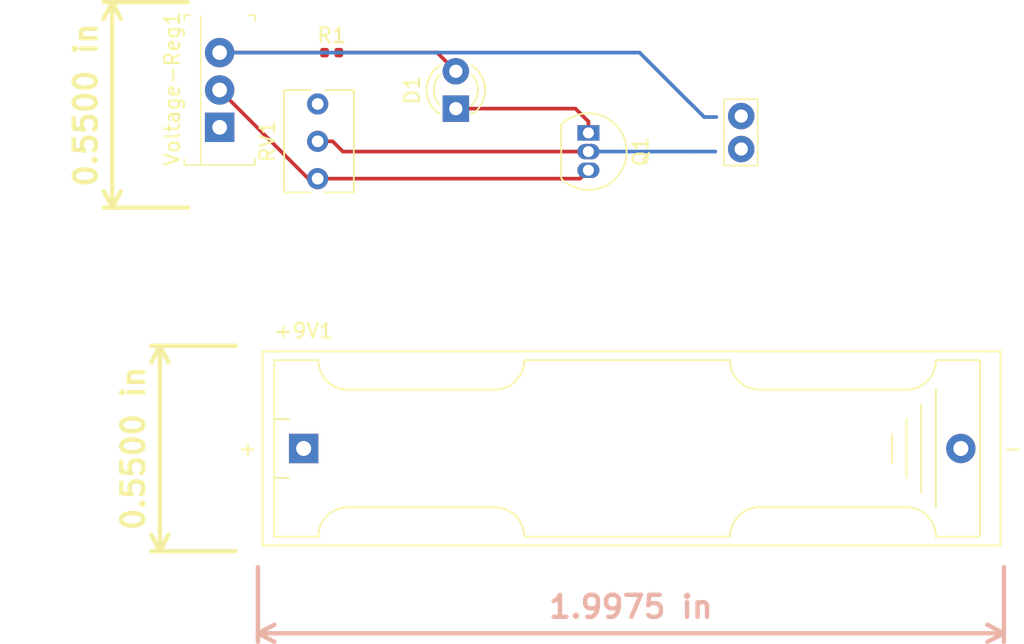
<source format=kicad_pcb>
(kicad_pcb (version 20171130) (host pcbnew 5.0.2-bee76a0~70~ubuntu16.04.1)

  (general
    (thickness 1.6)
    (drawings 8)
    (tracks 22)
    (zones 0)
    (modules 8)
    (nets 8)
  )

  (page A4)
  (layers
    (0 F.Cu signal)
    (31 B.Cu signal)
    (32 B.Adhes user)
    (33 F.Adhes user)
    (34 B.Paste user)
    (35 F.Paste user)
    (36 B.SilkS user)
    (37 F.SilkS user)
    (38 B.Mask user)
    (39 F.Mask user)
    (40 Dwgs.User user)
    (41 Cmts.User user)
    (42 Eco1.User user)
    (43 Eco2.User user)
    (44 Edge.Cuts user)
    (45 Margin user)
    (46 B.CrtYd user)
    (47 F.CrtYd user)
    (48 B.Fab user)
    (49 F.Fab user)
  )

  (setup
    (last_trace_width 0.25)
    (trace_clearance 0.2)
    (zone_clearance 0.508)
    (zone_45_only no)
    (trace_min 0.2)
    (segment_width 0.1)
    (edge_width 0.15)
    (via_size 0.8)
    (via_drill 0.4)
    (via_min_size 0.4)
    (via_min_drill 0.3)
    (uvia_size 0.3)
    (uvia_drill 0.1)
    (uvias_allowed no)
    (uvia_min_size 0.2)
    (uvia_min_drill 0.1)
    (pcb_text_width 0.3)
    (pcb_text_size 1.5 1.5)
    (mod_edge_width 0.15)
    (mod_text_size 1 1)
    (mod_text_width 0.15)
    (pad_size 1.8 1.8)
    (pad_drill 0.9)
    (pad_to_mask_clearance 0.051)
    (solder_mask_min_width 0.25)
    (aux_axis_origin 0 0)
    (grid_origin 93.7895 44.7675)
    (visible_elements FFFFFF7F)
    (pcbplotparams
      (layerselection 0x010fc_ffffffff)
      (usegerberextensions false)
      (usegerberattributes false)
      (usegerberadvancedattributes false)
      (creategerberjobfile false)
      (excludeedgelayer true)
      (linewidth 0.100000)
      (plotframeref false)
      (viasonmask false)
      (mode 1)
      (useauxorigin false)
      (hpglpennumber 1)
      (hpglpenspeed 20)
      (hpglpendiameter 15.000000)
      (psnegative false)
      (psa4output false)
      (plotreference true)
      (plotvalue true)
      (plotinvisibletext false)
      (padsonsilk false)
      (subtractmaskfromsilk false)
      (outputformat 1)
      (mirror false)
      (drillshape 1)
      (scaleselection 1)
      (outputdirectory ""))
  )

  (net 0 "")
  (net 1 "Net-(+9V1-Pad1)")
  (net 2 "Net-(+9V1-Pad2)")
  (net 3 "Net-(BZ1-Pad2)")
  (net 4 "Net-(D1-Pad2)")
  (net 5 "Net-(BZ1-Pad1)")
  (net 6 "Net-(RV1-Pad1)")
  (net 7 "Net-(Q1-Pad2)")

  (net_class Default "This is the default net class."
    (clearance 0.2)
    (trace_width 0.25)
    (via_dia 0.8)
    (via_drill 0.4)
    (uvia_dia 0.3)
    (uvia_drill 0.1)
    (add_net "Net-(+9V1-Pad1)")
    (add_net "Net-(+9V1-Pad2)")
    (add_net "Net-(BZ1-Pad1)")
    (add_net "Net-(BZ1-Pad2)")
    (add_net "Net-(D1-Pad2)")
    (add_net "Net-(Q1-Pad2)")
    (add_net "Net-(RV1-Pad1)")
  )

  (module Battery:BatteryHolder_Keystone_2466_1xAAA (layer F.Cu) (tedit 5B254C39) (tstamp 637C2B72)
    (at 104.2035 52.197)
    (descr "1xAAA Battery Holder, Keystone, Plastic Case, http://www.keyelco.com/product-pdf.cfm?p=1031")
    (tags "AAA battery holder Keystone")
    (path /6378B518)
    (fp_text reference +9V1 (at 0 -8 180) (layer F.SilkS)
      (effects (font (size 1 1) (thickness 0.15)))
    )
    (fp_text value Battery (at 22 0) (layer F.Fab)
      (effects (font (size 1 1) (thickness 0.15)))
    )
    (fp_text user - (at 48.26 0) (layer F.SilkS)
      (effects (font (size 1 1) (thickness 0.15)))
    )
    (fp_text user + (at -3.81 0) (layer F.SilkS)
      (effects (font (size 1 1) (thickness 0.15)))
    )
    (fp_text user %R (at 0 0) (layer F.Fab)
      (effects (font (size 1 1) (thickness 0.15)))
    )
    (fp_line (start 47.8 7) (end 47.8 -7) (layer F.CrtYd) (width 0.05))
    (fp_line (start -3.2 7) (end 47.8 7) (layer F.CrtYd) (width 0.05))
    (fp_line (start -3.2 -7) (end -3.2 7) (layer F.CrtYd) (width 0.05))
    (fp_line (start 47.8 -7) (end -3.2 -7) (layer F.CrtYd) (width 0.05))
    (fp_line (start 47.4 6.6) (end 47.4 -6.6) (layer F.SilkS) (width 0.12))
    (fp_line (start -2.8 6.6) (end 47.4 6.6) (layer F.SilkS) (width 0.12))
    (fp_line (start -2.8 -6.6) (end -2.8 6.6) (layer F.SilkS) (width 0.12))
    (fp_line (start 47.4 -6.6) (end -2.8 -6.6) (layer F.SilkS) (width 0.12))
    (fp_line (start 40 -1) (end 40 1) (layer F.SilkS) (width 0.12))
    (fp_line (start 41 -2) (end 41 2) (layer F.SilkS) (width 0.12))
    (fp_line (start 42 3) (end 42 -3) (layer F.SilkS) (width 0.12))
    (fp_line (start 43 -4) (end 43 4) (layer F.SilkS) (width 0.12))
    (fp_line (start -2 -2) (end -1 -2) (layer F.SilkS) (width 0.12))
    (fp_line (start -1 2) (end -2 2) (layer F.SilkS) (width 0.12))
    (fp_line (start 15 6) (end 29 6) (layer F.SilkS) (width 0.12))
    (fp_line (start 29 -6) (end 15 -6) (layer F.SilkS) (width 0.12))
    (fp_arc (start 31 -6) (end 31 -4) (angle 90) (layer F.SilkS) (width 0.12))
    (fp_arc (start 13 -6) (end 15 -6) (angle 90) (layer F.SilkS) (width 0.12))
    (fp_arc (start 13 6) (end 13 4) (angle 90) (layer F.SilkS) (width 0.12))
    (fp_arc (start 31 6) (end 29 6) (angle 90) (layer F.SilkS) (width 0.12))
    (fp_line (start 3 4) (end 13 4) (layer F.SilkS) (width 0.12))
    (fp_line (start 3 -4) (end 13 -4) (layer F.SilkS) (width 0.12))
    (fp_arc (start 3 6) (end 1 6) (angle 90) (layer F.SilkS) (width 0.12))
    (fp_line (start 41 -4) (end 31 -4) (layer F.SilkS) (width 0.12))
    (fp_line (start 41 4) (end 31 4) (layer F.SilkS) (width 0.12))
    (fp_arc (start 41 6) (end 41 4) (angle 90) (layer F.SilkS) (width 0.12))
    (fp_arc (start 41 -6) (end 43 -6) (angle 90) (layer F.SilkS) (width 0.12))
    (fp_arc (start 3 -6) (end 3 -4) (angle 90) (layer F.SilkS) (width 0.12))
    (fp_line (start -2 -6) (end 1 -6) (layer F.SilkS) (width 0.12))
    (fp_line (start -2 -6) (end -2 6) (layer F.SilkS) (width 0.12))
    (fp_line (start -2 6) (end 1 6) (layer F.SilkS) (width 0.12))
    (fp_line (start 46 -6) (end 43 -6) (layer F.SilkS) (width 0.12))
    (fp_line (start 46 -6) (end 46 6) (layer F.SilkS) (width 0.12))
    (fp_line (start 46 6) (end 43 6) (layer F.SilkS) (width 0.12))
    (fp_line (start -2.7 0) (end -2.7 -6.5) (layer F.Fab) (width 0.1))
    (fp_line (start -2.7 -6.5) (end 47.3 -6.5) (layer F.Fab) (width 0.1))
    (fp_line (start 47.3 -6.5) (end 47.3 6.5) (layer F.Fab) (width 0.1))
    (fp_line (start 47.3 6.5) (end -2.7 6.5) (layer F.Fab) (width 0.1))
    (fp_line (start -2.7 6.5) (end -2.7 0) (layer F.Fab) (width 0.1))
    (pad 1 thru_hole rect (at 0 0) (size 2 2) (drill 1.02) (layers *.Cu *.Mask)
      (net 1 "Net-(+9V1-Pad1)"))
    (pad 2 thru_hole circle (at 44.7 0) (size 2 2) (drill 1.02) (layers *.Cu *.Mask)
      (net 2 "Net-(+9V1-Pad2)"))
    (model ${KISYS3DMOD}/Battery.3dshapes/BatteryHolder_Keystone_2466_1xAAA.wrl
      (at (xyz 0 0 0))
      (scale (xyz 1 1 1))
      (rotate (xyz 0 0 0))
    )
  )

  (module LED_THT:LED_D3.0mm_FlatTop (layer F.Cu) (tedit 5880A862) (tstamp 637C2B85)
    (at 114.554 29.083 90)
    (descr "LED, Round, FlatTop, diameter 3.0mm, 2 pins, http://www.kingbright.com/attachments/file/psearch/000/00/00/L-47XEC(Ver.9A).pdf")
    (tags "LED Round FlatTop diameter 3.0mm 2 pins")
    (path /6378B976)
    (fp_text reference D1 (at 1.27 -2.96 90) (layer F.SilkS)
      (effects (font (size 1 1) (thickness 0.15)))
    )
    (fp_text value LED (at 1.27 2.96 90) (layer F.Fab)
      (effects (font (size 1 1) (thickness 0.15)))
    )
    (fp_arc (start 1.27 0) (end -0.23 -1.16619) (angle 284.3) (layer F.Fab) (width 0.1))
    (fp_arc (start 1.27 0) (end -0.29 -1.235516) (angle 108.8) (layer F.SilkS) (width 0.12))
    (fp_arc (start 1.27 0) (end -0.29 1.235516) (angle -108.8) (layer F.SilkS) (width 0.12))
    (fp_arc (start 1.27 0) (end 0.229039 -1.08) (angle 87.9) (layer F.SilkS) (width 0.12))
    (fp_arc (start 1.27 0) (end 0.229039 1.08) (angle -87.9) (layer F.SilkS) (width 0.12))
    (fp_circle (center 1.27 0) (end 2.77 0) (layer F.Fab) (width 0.1))
    (fp_line (start -0.23 -1.16619) (end -0.23 1.16619) (layer F.Fab) (width 0.1))
    (fp_line (start -0.29 -1.236) (end -0.29 -1.08) (layer F.SilkS) (width 0.12))
    (fp_line (start -0.29 1.08) (end -0.29 1.236) (layer F.SilkS) (width 0.12))
    (fp_line (start -1.15 -2.25) (end -1.15 2.25) (layer F.CrtYd) (width 0.05))
    (fp_line (start -1.15 2.25) (end 3.7 2.25) (layer F.CrtYd) (width 0.05))
    (fp_line (start 3.7 2.25) (end 3.7 -2.25) (layer F.CrtYd) (width 0.05))
    (fp_line (start 3.7 -2.25) (end -1.15 -2.25) (layer F.CrtYd) (width 0.05))
    (pad 1 thru_hole rect (at 0 0 90) (size 1.8 1.8) (drill 0.9) (layers *.Cu *.Mask)
      (net 3 "Net-(BZ1-Pad2)"))
    (pad 2 thru_hole circle (at 2.54 0 90) (size 1.8 1.8) (drill 0.9) (layers *.Cu *.Mask)
      (net 4 "Net-(D1-Pad2)"))
    (model ${KISYS3DMOD}/LED_THT.3dshapes/LED_D3.0mm_FlatTop.wrl
      (at (xyz 0 0 0))
      (scale (xyz 1 1 1))
      (rotate (xyz 0 0 0))
    )
  )

  (module Package_TO_SOT_THT:TO-92_Inline (layer F.Cu) (tedit 5A1DD157) (tstamp 637C2B97)
    (at 123.571 30.734 270)
    (descr "TO-92 leads in-line, narrow, oval pads, drill 0.75mm (see NXP sot054_po.pdf)")
    (tags "to-92 sc-43 sc-43a sot54 PA33 transistor")
    (path /6378B088)
    (fp_text reference Q1 (at 1.27 -3.56 270) (layer F.SilkS)
      (effects (font (size 1 1) (thickness 0.15)))
    )
    (fp_text value BC547 (at 1.27 2.79 270) (layer F.Fab)
      (effects (font (size 1 1) (thickness 0.15)))
    )
    (fp_text user %R (at 1.27 -3.56 270) (layer F.Fab)
      (effects (font (size 1 1) (thickness 0.15)))
    )
    (fp_line (start -0.53 1.85) (end 3.07 1.85) (layer F.SilkS) (width 0.12))
    (fp_line (start -0.5 1.75) (end 3 1.75) (layer F.Fab) (width 0.1))
    (fp_line (start -1.46 -2.73) (end 4 -2.73) (layer F.CrtYd) (width 0.05))
    (fp_line (start -1.46 -2.73) (end -1.46 2.01) (layer F.CrtYd) (width 0.05))
    (fp_line (start 4 2.01) (end 4 -2.73) (layer F.CrtYd) (width 0.05))
    (fp_line (start 4 2.01) (end -1.46 2.01) (layer F.CrtYd) (width 0.05))
    (fp_arc (start 1.27 0) (end 1.27 -2.48) (angle 135) (layer F.Fab) (width 0.1))
    (fp_arc (start 1.27 0) (end 1.27 -2.6) (angle -135) (layer F.SilkS) (width 0.12))
    (fp_arc (start 1.27 0) (end 1.27 -2.48) (angle -135) (layer F.Fab) (width 0.1))
    (fp_arc (start 1.27 0) (end 1.27 -2.6) (angle 135) (layer F.SilkS) (width 0.12))
    (pad 2 thru_hole oval (at 1.27 0 270) (size 1.05 1.5) (drill 0.75) (layers *.Cu *.Mask)
      (net 7 "Net-(Q1-Pad2)"))
    (pad 3 thru_hole oval (at 2.54 0 270) (size 1.05 1.5) (drill 0.75) (layers *.Cu *.Mask)
      (net 2 "Net-(+9V1-Pad2)"))
    (pad 1 thru_hole rect (at 0 0 270) (size 1.05 1.5) (drill 0.75) (layers *.Cu *.Mask)
      (net 3 "Net-(BZ1-Pad2)"))
    (model ${KISYS3DMOD}/Package_TO_SOT_THT.3dshapes/TO-92_Inline.wrl
      (at (xyz 0 0 0))
      (scale (xyz 1 1 1))
      (rotate (xyz 0 0 0))
    )
  )

  (module Resistor_SMD:R_0402_1005Metric (layer F.Cu) (tedit 5B301BBD) (tstamp 637C2BA6)
    (at 106.1085 25.273)
    (descr "Resistor SMD 0402 (1005 Metric), square (rectangular) end terminal, IPC_7351 nominal, (Body size source: http://www.tortai-tech.com/upload/download/2011102023233369053.pdf), generated with kicad-footprint-generator")
    (tags resistor)
    (path /6378BE2C)
    (attr smd)
    (fp_text reference R1 (at 0 -1.17) (layer F.SilkS)
      (effects (font (size 1 1) (thickness 0.15)))
    )
    (fp_text value 1kohm (at 0 1.17) (layer F.Fab)
      (effects (font (size 1 1) (thickness 0.15)))
    )
    (fp_line (start -0.5 0.25) (end -0.5 -0.25) (layer F.Fab) (width 0.1))
    (fp_line (start -0.5 -0.25) (end 0.5 -0.25) (layer F.Fab) (width 0.1))
    (fp_line (start 0.5 -0.25) (end 0.5 0.25) (layer F.Fab) (width 0.1))
    (fp_line (start 0.5 0.25) (end -0.5 0.25) (layer F.Fab) (width 0.1))
    (fp_line (start -0.93 0.47) (end -0.93 -0.47) (layer F.CrtYd) (width 0.05))
    (fp_line (start -0.93 -0.47) (end 0.93 -0.47) (layer F.CrtYd) (width 0.05))
    (fp_line (start 0.93 -0.47) (end 0.93 0.47) (layer F.CrtYd) (width 0.05))
    (fp_line (start 0.93 0.47) (end -0.93 0.47) (layer F.CrtYd) (width 0.05))
    (fp_text user %R (at 0 0) (layer F.Fab)
      (effects (font (size 0.25 0.25) (thickness 0.04)))
    )
    (pad 1 smd roundrect (at -0.485 0) (size 0.59 0.64) (layers F.Cu F.Paste F.Mask) (roundrect_rratio 0.25)
      (net 5 "Net-(BZ1-Pad1)"))
    (pad 2 smd roundrect (at 0.485 0) (size 0.59 0.64) (layers F.Cu F.Paste F.Mask) (roundrect_rratio 0.25)
      (net 4 "Net-(D1-Pad2)"))
    (model ${KISYS3DMOD}/Resistor_SMD.3dshapes/R_0402_1005Metric.wrl
      (at (xyz 0 0 0))
      (scale (xyz 1 1 1))
      (rotate (xyz 0 0 0))
    )
  )

  (module Potentiometer_THT:Potentiometer_Bourns_3266Y_Vertical (layer F.Cu) (tedit 5A3D4994) (tstamp 637C2BBF)
    (at 105.156 28.7655 90)
    (descr "Potentiometer, vertical, Bourns 3266Y, https://www.bourns.com/docs/Product-Datasheets/3266.pdf")
    (tags "Potentiometer vertical Bourns 3266Y")
    (path /6378C025)
    (fp_text reference RV1 (at -2.54 -3.41 90) (layer F.SilkS)
      (effects (font (size 1 1) (thickness 0.15)))
    )
    (fp_text value R_POT (at -2.54 3.59 90) (layer F.Fab)
      (effects (font (size 1 1) (thickness 0.15)))
    )
    (fp_circle (center -0.405 1.07) (end 0.485 1.07) (layer F.Fab) (width 0.1))
    (fp_line (start -5.895 -2.16) (end -5.895 2.34) (layer F.Fab) (width 0.1))
    (fp_line (start -5.895 2.34) (end 0.815 2.34) (layer F.Fab) (width 0.1))
    (fp_line (start 0.815 2.34) (end 0.815 -2.16) (layer F.Fab) (width 0.1))
    (fp_line (start 0.815 -2.16) (end -5.895 -2.16) (layer F.Fab) (width 0.1))
    (fp_line (start -0.405 1.952) (end -0.404 0.189) (layer F.Fab) (width 0.1))
    (fp_line (start -0.405 1.952) (end -0.404 0.189) (layer F.Fab) (width 0.1))
    (fp_line (start -6.015 -2.28) (end 0.935 -2.28) (layer F.SilkS) (width 0.12))
    (fp_line (start -6.015 2.46) (end 0.935 2.46) (layer F.SilkS) (width 0.12))
    (fp_line (start -6.015 -2.28) (end -6.015 -0.494) (layer F.SilkS) (width 0.12))
    (fp_line (start -6.015 0.496) (end -6.015 2.46) (layer F.SilkS) (width 0.12))
    (fp_line (start 0.935 -2.28) (end 0.935 -0.494) (layer F.SilkS) (width 0.12))
    (fp_line (start 0.935 0.496) (end 0.935 2.46) (layer F.SilkS) (width 0.12))
    (fp_line (start -6.15 -2.45) (end -6.15 2.6) (layer F.CrtYd) (width 0.05))
    (fp_line (start -6.15 2.6) (end 1.1 2.6) (layer F.CrtYd) (width 0.05))
    (fp_line (start 1.1 2.6) (end 1.1 -2.45) (layer F.CrtYd) (width 0.05))
    (fp_line (start 1.1 -2.45) (end -6.15 -2.45) (layer F.CrtYd) (width 0.05))
    (fp_text user %R (at -3.15 0.09 90) (layer F.Fab)
      (effects (font (size 0.92 0.92) (thickness 0.15)))
    )
    (pad 1 thru_hole circle (at 0 0 90) (size 1.44 1.44) (drill 0.8) (layers *.Cu *.Mask)
      (net 6 "Net-(RV1-Pad1)"))
    (pad 2 thru_hole circle (at -2.54 0 90) (size 1.44 1.44) (drill 0.8) (layers *.Cu *.Mask)
      (net 7 "Net-(Q1-Pad2)"))
    (pad 3 thru_hole circle (at -5.08 0 90) (size 1.44 1.44) (drill 0.8) (layers *.Cu *.Mask)
      (net 2 "Net-(+9V1-Pad2)"))
    (model ${KISYS3DMOD}/Potentiometer_THT.3dshapes/Potentiometer_Bourns_3266Y_Vertical.wrl
      (at (xyz 0 0 0))
      (scale (xyz 1 1 1))
      (rotate (xyz 0 0 0))
    )
  )

  (module digikey-footprints:TO-220-3 (layer F.Cu) (tedit 5AFA02CB) (tstamp 637C2BD9)
    (at 98.4885 30.353 90)
    (descr http://www.st.com/content/ccc/resource/technical/document/datasheet/f9/ed/f5/44/26/b9/43/a4/CD00000911.pdf/files/CD00000911.pdf/jcr:content/translations/en.CD00000911.pdf)
    (path /6378C6C3)
    (fp_text reference Voltage-Reg1 (at 2.62 -3.22 90) (layer F.SilkS)
      (effects (font (size 1 1) (thickness 0.15)))
    )
    (fp_text value L7805CV (at 2.27 3.63 90) (layer F.Fab)
      (effects (font (size 1 1) (thickness 0.15)))
    )
    (fp_line (start -2.56 -1.29) (end 7.54 -1.29) (layer F.SilkS) (width 0.1))
    (fp_line (start -2.45 -1.3) (end 7.54 -1.3) (layer F.Fab) (width 0.1))
    (fp_line (start -2.71 2.5) (end 7.79 2.5) (layer F.CrtYd) (width 0.05))
    (fp_line (start -2.71 -2.5) (end 7.79 -2.5) (layer F.CrtYd) (width 0.05))
    (fp_line (start -2.71 -2.5) (end -2.71 2.5) (layer F.CrtYd) (width 0.05))
    (fp_line (start 7.79 -2.5) (end 7.79 2.5) (layer F.CrtYd) (width 0.05))
    (fp_line (start 7.64 2.4) (end 7.64 2) (layer F.SilkS) (width 0.1))
    (fp_line (start 7.64 2.4) (end 7.24 2.4) (layer F.SilkS) (width 0.1))
    (fp_line (start -2.56 2.4) (end -2.56 -2) (layer F.SilkS) (width 0.1))
    (fp_line (start -2.56 2.4) (end -2.16 2.4) (layer F.SilkS) (width 0.1))
    (fp_line (start -2.56 -2.4) (end -2.56 -2) (layer F.SilkS) (width 0.1))
    (fp_line (start -2.56 -2.4) (end -2.16 -2.4) (layer F.SilkS) (width 0.1))
    (fp_line (start 7.24 -2.4) (end 7.64 -2.4) (layer F.SilkS) (width 0.1))
    (fp_line (start 7.64 -2.4) (end 7.64 -2) (layer F.SilkS) (width 0.1))
    (fp_text user %R (at 2.52 -0.01 90) (layer F.Fab)
      (effects (font (size 1 1) (thickness 0.15)))
    )
    (fp_line (start 7.54 2.25) (end 7.54 -2.25) (layer F.Fab) (width 0.1))
    (fp_line (start -2.46 -2.25) (end -2.46 2.25) (layer F.Fab) (width 0.1))
    (fp_line (start -2.46 -2.25) (end 7.54 -2.25) (layer F.Fab) (width 0.1))
    (fp_line (start -2.46 2.25) (end 7.54 2.25) (layer F.Fab) (width 0.1))
    (pad 1 thru_hole rect (at 0 0 90) (size 2 2) (drill 1) (layers *.Cu *.Mask)
      (net 1 "Net-(+9V1-Pad1)"))
    (pad 2 thru_hole circle (at 2.54 0 90) (size 2 2) (drill 1) (layers *.Cu *.Mask)
      (net 2 "Net-(+9V1-Pad2)"))
    (pad 3 thru_hole circle (at 5.08 0 90) (size 2 2) (drill 1) (layers *.Cu *.Mask)
      (net 5 "Net-(BZ1-Pad1)"))
  )

  (module custom_libraryies:MountingHole.1.8mm (layer F.Cu) (tedit 6380FA4E) (tstamp 6381021B)
    (at 133.852172 31.782251 90)
    (descr "Mounting Hole 2.2mm, M2, DIN965")
    (tags "mounting hole 2.2mm m2 din965")
    (path /6380F45F)
    (attr virtual)
    (fp_text reference H1 (at -1.299477 -1.942017 90) (layer F.SilkS) hide
      (effects (font (size 1 1) (thickness 0.1)))
    )
    (fp_text value MountingHole (at 0 2.9 90) (layer F.Fab) hide
      (effects (font (size 1 1) (thickness 0.15)))
    )
    (fp_circle (center -0.06496 0.118) (end 0.889 0.0635) (layer F.CrtYd) (width 0.05))
    (fp_circle (center -0.065567 0.127) (end 0.8255 0.0635) (layer Cmts.User) (width 0.15))
    (fp_text user "" (at -0.048001 -0.714501 90 unlocked) (layer F.Fab)
      (effects (font (size 1 1) (thickness 0.15)))
    )
    (pad 1 thru_hole circle (at -0.048001 0.110999 90) (size 1.8 1.8) (drill 0.9) (layers *.Cu *.Mask))
  )

  (module custom_libraryies:MountingHole.1.8mm (layer F.Cu) (tedit 6380FA4A) (tstamp 63810230)
    (at 133.852172 29.541227 90)
    (descr "Mounting Hole 2.2mm, M2, DIN965")
    (tags "mounting hole 2.2mm m2 din965")
    (path /6380F391)
    (attr virtual)
    (fp_text reference H2 (at -1.100477 -2.513517 90) (layer F.SilkS) hide
      (effects (font (size 1 1) (thickness 0.15)))
    )
    (fp_text value MountingHole (at 0 2.9 90) (layer F.Fab) hide
      (effects (font (size 1 1) (thickness 0.15)))
    )
    (fp_text user "" (at -0.048001 -0.714501 90 unlocked) (layer F.Fab)
      (effects (font (size 1 1) (thickness 0.15)))
    )
    (fp_circle (center -0.065567 0.127) (end 0.8255 0.0635) (layer Cmts.User) (width 0.15))
    (fp_circle (center -0.06496 0.118) (end 0.889 0.0635) (layer F.CrtYd) (width 0.05))
    (pad 1 thru_hole circle (at -0.048001 0.110999 90) (size 1.8 1.8) (drill 0.9) (layers *.Cu *.Mask))
  )

  (dimension 50.7365 (width 0.3) (layer B.SilkS)
    (gr_text "50.736 mm" (at 126.46025 66.87) (layer B.SilkS)
      (effects (font (size 1.5 1.5) (thickness 0.3)))
    )
    (feature1 (pts (xy 151.8285 60.2615) (xy 151.8285 65.356421)))
    (feature2 (pts (xy 101.092 60.2615) (xy 101.092 65.356421)))
    (crossbar (pts (xy 101.092 64.77) (xy 151.8285 64.77)))
    (arrow1a (pts (xy 151.8285 64.77) (xy 150.701996 65.356421)))
    (arrow1b (pts (xy 151.8285 64.77) (xy 150.701996 64.183579)))
    (arrow2a (pts (xy 101.092 64.77) (xy 102.218504 65.356421)))
    (arrow2b (pts (xy 101.092 64.77) (xy 102.218504 64.183579)))
  )
  (dimension 13.97 (width 0.3) (layer F.SilkS) (tstamp 63810C85)
    (gr_text "13.970 mm" (at 89.086 28.829 90) (layer F.SilkS) (tstamp 63810C85)
      (effects (font (size 1.5 1.5) (thickness 0.3)))
    )
    (feature1 (pts (xy 96.3295 21.844) (xy 90.599579 21.844)))
    (feature2 (pts (xy 96.3295 35.814) (xy 90.599579 35.814)))
    (crossbar (pts (xy 91.186 35.814) (xy 91.186 21.844)))
    (arrow1a (pts (xy 91.186 21.844) (xy 91.772421 22.970504)))
    (arrow1b (pts (xy 91.186 21.844) (xy 90.599579 22.970504)))
    (arrow2a (pts (xy 91.186 35.814) (xy 91.772421 34.687496)))
    (arrow2b (pts (xy 91.186 35.814) (xy 90.599579 34.687496)))
  )
  (dimension 13.97 (width 0.3) (layer F.SilkS)
    (gr_text "13.970 mm" (at 92.3245 52.197 90) (layer F.SilkS)
      (effects (font (size 1.5 1.5) (thickness 0.3)))
    )
    (feature1 (pts (xy 99.568 45.212) (xy 93.838079 45.212)))
    (feature2 (pts (xy 99.568 59.182) (xy 93.838079 59.182)))
    (crossbar (pts (xy 94.4245 59.182) (xy 94.4245 45.212)))
    (arrow1a (pts (xy 94.4245 45.212) (xy 95.010921 46.338504)))
    (arrow1b (pts (xy 94.4245 45.212) (xy 93.838079 46.338504)))
    (arrow2a (pts (xy 94.4245 59.182) (xy 95.010921 58.055496)))
    (arrow2b (pts (xy 94.4245 59.182) (xy 93.838079 58.055496)))
  )
  (gr_line (start 132.926155 28.446228) (end 132.862655 28.446228) (layer F.SilkS) (width 0.1))
  (gr_line (start 135.085155 28.446228) (end 132.926155 28.446228) (layer F.SilkS) (width 0.1))
  (gr_line (start 135.085155 32.954728) (end 135.085155 28.446228) (layer F.SilkS) (width 0.1))
  (gr_line (start 132.862655 32.954728) (end 135.085155 32.954728) (layer F.SilkS) (width 0.1))
  (gr_line (start 132.799155 32.954728) (end 132.799155 28.446228) (layer F.SilkS) (width 0.1))

  (segment (start 104.521 33.8455) (end 105.156 33.8455) (width 0.25) (layer F.Cu) (net 2))
  (segment (start 98.4885 27.813) (end 104.521 33.8455) (width 0.25) (layer F.Cu) (net 2))
  (segment (start 122.9995 33.8455) (end 123.571 33.274) (width 0.25) (layer F.Cu) (net 2))
  (segment (start 105.156 33.8455) (end 122.9995 33.8455) (width 0.25) (layer F.Cu) (net 2))
  (segment (start 122.695 29.083) (end 123.571 29.959) (width 0.25) (layer F.Cu) (net 3))
  (segment (start 123.571 29.959) (end 123.571 30.734) (width 0.25) (layer F.Cu) (net 3))
  (segment (start 114.554 29.083) (end 122.695 29.083) (width 0.25) (layer F.Cu) (net 3))
  (segment (start 113.284 25.273) (end 114.554 26.543) (width 0.25) (layer F.Cu) (net 4))
  (segment (start 106.5935 25.273) (end 113.284 25.273) (width 0.25) (layer F.Cu) (net 4))
  (segment (start 98.4885 25.273) (end 103.6955 25.273) (width 0.25) (layer F.Cu) (net 5))
  (segment (start 103.6955 25.273) (end 105.6235 25.273) (width 0.25) (layer F.Cu) (net 5))
  (segment (start 127.053417 25.273) (end 130.418917 28.6385) (width 0.25) (layer B.Cu) (net 5))
  (segment (start 98.4885 25.273) (end 127.053417 25.273) (width 0.25) (layer B.Cu) (net 5))
  (segment (start 130.418917 28.6385) (end 130.429 28.6385) (width 0.25) (layer B.Cu) (net 5))
  (segment (start 130.429 28.6385) (end 131.445 29.6545) (width 0.25) (layer B.Cu) (net 5))
  (segment (start 131.445 29.6545) (end 132.2705 29.6545) (width 0.25) (layer B.Cu) (net 5))
  (segment (start 122.571 32.004) (end 123.571 32.004) (width 0.25) (layer F.Cu) (net 7))
  (segment (start 106.872733 32.004) (end 122.571 32.004) (width 0.25) (layer F.Cu) (net 7))
  (segment (start 106.174233 31.3055) (end 106.872733 32.004) (width 0.25) (layer F.Cu) (net 7))
  (segment (start 105.156 31.3055) (end 106.174233 31.3055) (width 0.25) (layer F.Cu) (net 7))
  (segment (start 123.571 32.004) (end 130.8735 32.004) (width 0.25) (layer B.Cu) (net 7))
  (segment (start 130.8735 32.004) (end 132.207 32.004) (width 0.25) (layer B.Cu) (net 7))

)

</source>
